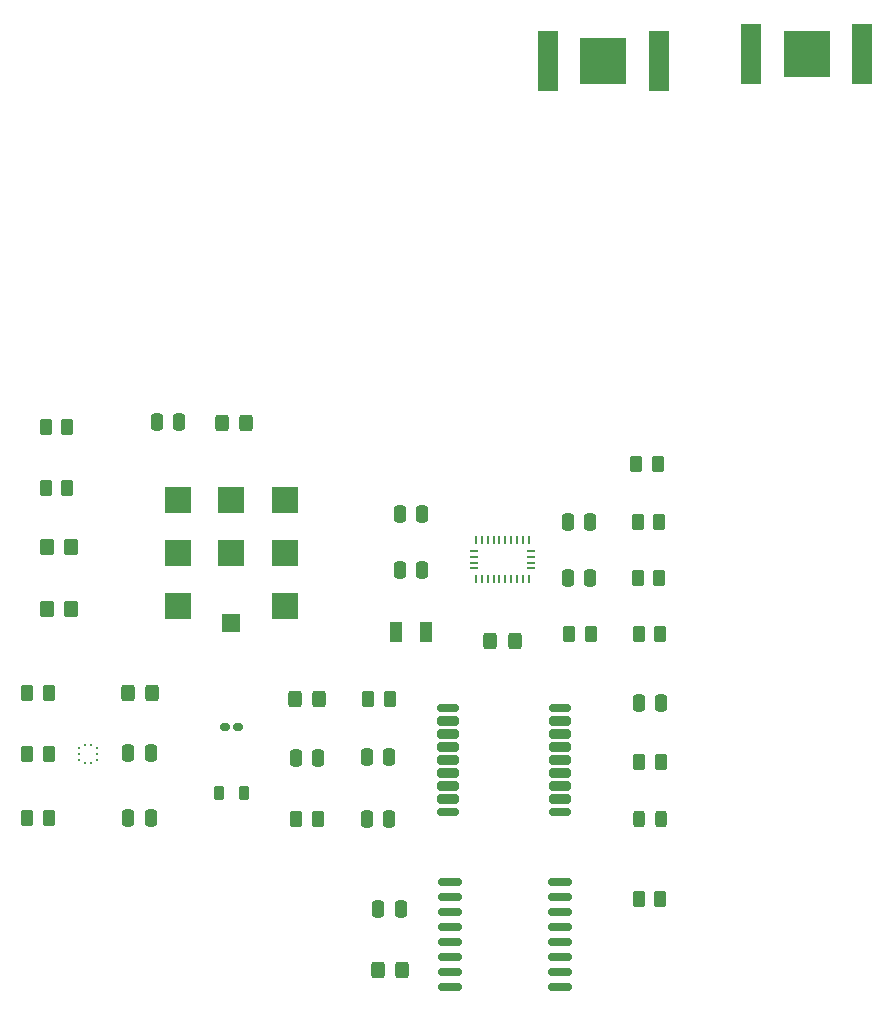
<source format=gbr>
%TF.GenerationSoftware,KiCad,Pcbnew,7.0.7*%
%TF.CreationDate,2024-01-17T14:09:09-05:00*%
%TF.ProjectId,Unified_Board,556e6966-6965-4645-9f42-6f6172642e6b,rev?*%
%TF.SameCoordinates,Original*%
%TF.FileFunction,Paste,Top*%
%TF.FilePolarity,Positive*%
%FSLAX46Y46*%
G04 Gerber Fmt 4.6, Leading zero omitted, Abs format (unit mm)*
G04 Created by KiCad (PCBNEW 7.0.7) date 2024-01-17 14:09:09*
%MOMM*%
%LPD*%
G01*
G04 APERTURE LIST*
G04 Aperture macros list*
%AMRoundRect*
0 Rectangle with rounded corners*
0 $1 Rounding radius*
0 $2 $3 $4 $5 $6 $7 $8 $9 X,Y pos of 4 corners*
0 Add a 4 corners polygon primitive as box body*
4,1,4,$2,$3,$4,$5,$6,$7,$8,$9,$2,$3,0*
0 Add four circle primitives for the rounded corners*
1,1,$1+$1,$2,$3*
1,1,$1+$1,$4,$5*
1,1,$1+$1,$6,$7*
1,1,$1+$1,$8,$9*
0 Add four rect primitives between the rounded corners*
20,1,$1+$1,$2,$3,$4,$5,0*
20,1,$1+$1,$4,$5,$6,$7,0*
20,1,$1+$1,$6,$7,$8,$9,0*
20,1,$1+$1,$8,$9,$2,$3,0*%
G04 Aperture macros list end*
%ADD10RoundRect,0.250000X-0.325000X-0.450000X0.325000X-0.450000X0.325000X0.450000X-0.325000X0.450000X0*%
%ADD11RoundRect,0.250000X-0.262500X-0.450000X0.262500X-0.450000X0.262500X0.450000X-0.262500X0.450000X0*%
%ADD12RoundRect,0.250000X0.250000X0.475000X-0.250000X0.475000X-0.250000X-0.475000X0.250000X-0.475000X0*%
%ADD13RoundRect,0.250000X-0.250000X-0.475000X0.250000X-0.475000X0.250000X0.475000X-0.250000X0.475000X0*%
%ADD14R,1.500000X1.500000*%
%ADD15R,2.300000X2.300000*%
%ADD16R,0.250000X0.275000*%
%ADD17R,0.275000X0.250000*%
%ADD18R,0.254000X0.675000*%
%ADD19R,0.675000X0.254000*%
%ADD20RoundRect,0.150000X-0.875000X-0.150000X0.875000X-0.150000X0.875000X0.150000X-0.875000X0.150000X0*%
%ADD21R,1.780000X5.080000*%
%ADD22R,3.960000X3.960000*%
%ADD23R,1.000000X1.800000*%
%ADD24RoundRect,0.175000X-0.725000X-0.175000X0.725000X-0.175000X0.725000X0.175000X-0.725000X0.175000X0*%
%ADD25RoundRect,0.200000X-0.700000X-0.200000X0.700000X-0.200000X0.700000X0.200000X-0.700000X0.200000X0*%
%ADD26RoundRect,0.218750X0.218750X0.381250X-0.218750X0.381250X-0.218750X-0.381250X0.218750X-0.381250X0*%
%ADD27RoundRect,0.243750X-0.243750X-0.456250X0.243750X-0.456250X0.243750X0.456250X-0.243750X0.456250X0*%
%ADD28RoundRect,0.250000X-0.350000X-0.450000X0.350000X-0.450000X0.350000X0.450000X-0.350000X0.450000X0*%
%ADD29RoundRect,0.160000X-0.222500X-0.160000X0.222500X-0.160000X0.222500X0.160000X-0.222500X0.160000X0*%
G04 APERTURE END LIST*
D10*
%TO.C,D2*%
X131175000Y-102600000D03*
X133225000Y-102600000D03*
%TD*%
D11*
%TO.C,R15*%
X103087500Y-56600000D03*
X104912500Y-56600000D03*
%TD*%
D12*
%TO.C,C10*%
X133150000Y-97400000D03*
X131250000Y-97400000D03*
%TD*%
D13*
%TO.C,C7*%
X130250000Y-84550000D03*
X132150000Y-84550000D03*
%TD*%
D14*
%TO.C,ANT1*%
X118800000Y-73200000D03*
D15*
X114300000Y-71800000D03*
X123300000Y-71800000D03*
X114300000Y-67300000D03*
X118800000Y-67300000D03*
X123300000Y-67300000D03*
X114300000Y-62800000D03*
X118800000Y-62800000D03*
X123300000Y-62800000D03*
%TD*%
D13*
%TO.C,C12*%
X124250000Y-84600000D03*
X126150000Y-84600000D03*
%TD*%
D10*
%TO.C,D5*%
X140725000Y-74750000D03*
X142775000Y-74750000D03*
%TD*%
D12*
%TO.C,C11*%
X114400000Y-56200000D03*
X112500000Y-56200000D03*
%TD*%
D11*
%TO.C,R4*%
X101525000Y-84300000D03*
X103350000Y-84300000D03*
%TD*%
%TO.C,R16*%
X130400000Y-79600000D03*
X132225000Y-79600000D03*
%TD*%
D16*
%TO.C,Alt1*%
X106887500Y-83537500D03*
X106387500Y-83537500D03*
D17*
X105875000Y-83800000D03*
X105875000Y-84300000D03*
X105875000Y-84800000D03*
D16*
X106387500Y-85062500D03*
X106887500Y-85062500D03*
D17*
X107400000Y-84800000D03*
X107400000Y-84300000D03*
X107400000Y-83800000D03*
%TD*%
D13*
%TO.C,C5*%
X133050000Y-68750000D03*
X134950000Y-68750000D03*
%TD*%
D11*
%TO.C,R3*%
X101525000Y-89700000D03*
X103350000Y-89700000D03*
%TD*%
%TO.C,R14*%
X103087500Y-61800000D03*
X104912500Y-61800000D03*
%TD*%
D10*
%TO.C,D4*%
X110012500Y-79100000D03*
X112062500Y-79100000D03*
%TD*%
%TO.C,D3*%
X124175000Y-79600000D03*
X126225000Y-79600000D03*
%TD*%
D18*
%TO.C,U1*%
X144000000Y-69500000D03*
D19*
X144137500Y-68587500D03*
X144137500Y-68087500D03*
X144137500Y-67587500D03*
X144137500Y-67087500D03*
D18*
X144000000Y-66175000D03*
X143500000Y-66175000D03*
X143000000Y-66175000D03*
X142500000Y-66175000D03*
X142000000Y-66175000D03*
X141500000Y-66175000D03*
X141000000Y-66175000D03*
X140500000Y-66175000D03*
X140000000Y-66175000D03*
X139500000Y-66175000D03*
D19*
X139362500Y-67087500D03*
X139362500Y-67587500D03*
X139362500Y-68087500D03*
X139362500Y-68587500D03*
D18*
X139500000Y-69500000D03*
X140000000Y-69500000D03*
X140500000Y-69500000D03*
X141000000Y-69500000D03*
X141500000Y-69500000D03*
X142000000Y-69500000D03*
X142500000Y-69500000D03*
X143000000Y-69500000D03*
X143500000Y-69500000D03*
%TD*%
D20*
%TO.C,U3*%
X137350000Y-95155000D03*
X137350000Y-96425000D03*
X137350000Y-97695000D03*
X137350000Y-98965000D03*
X137350000Y-100235000D03*
X137350000Y-101505000D03*
X137350000Y-102775000D03*
X137350000Y-104045000D03*
X146650000Y-104045000D03*
X146650000Y-102775000D03*
X146650000Y-101505000D03*
X146650000Y-100235000D03*
X146650000Y-98965000D03*
X146650000Y-97695000D03*
X146650000Y-96425000D03*
X146650000Y-95155000D03*
%TD*%
D13*
%TO.C,C2*%
X110087500Y-84200000D03*
X111987500Y-84200000D03*
%TD*%
D11*
%TO.C,R11*%
X153087500Y-59750000D03*
X154912500Y-59750000D03*
%TD*%
%TO.C,R7*%
X153275000Y-74162500D03*
X155100000Y-74162500D03*
%TD*%
%TO.C,R12*%
X101525000Y-79100000D03*
X103350000Y-79100000D03*
%TD*%
D21*
%TO.C,BT1*%
X145600000Y-25600000D03*
X155000000Y-25600000D03*
D22*
X150300000Y-25600000D03*
%TD*%
D12*
%TO.C,C8*%
X132150000Y-89800000D03*
X130250000Y-89800000D03*
%TD*%
D23*
%TO.C,Y1*%
X132750000Y-74000000D03*
X135250000Y-74000000D03*
%TD*%
D24*
%TO.C,U2*%
X137100000Y-80400000D03*
D25*
X137100000Y-81500000D03*
X137100000Y-82600000D03*
X137100000Y-83700000D03*
X137100000Y-84800000D03*
X137100000Y-85900000D03*
X137100000Y-87000000D03*
X137100000Y-88100000D03*
D24*
X137100000Y-89200000D03*
X146600000Y-89200000D03*
D25*
X146600000Y-88100000D03*
X146600000Y-87000000D03*
X146600000Y-85900000D03*
X146600000Y-84800000D03*
X146600000Y-83700000D03*
X146600000Y-82600000D03*
X146600000Y-81500000D03*
D24*
X146600000Y-80400000D03*
%TD*%
D11*
%TO.C,R6*%
X153187500Y-69412500D03*
X155012500Y-69412500D03*
%TD*%
D26*
%TO.C,FB1*%
X119862500Y-87600000D03*
X117737500Y-87600000D03*
%TD*%
D27*
%TO.C,D1*%
X153312500Y-89800000D03*
X155187500Y-89800000D03*
%TD*%
D12*
%TO.C,C1*%
X111987500Y-89700000D03*
X110087500Y-89700000D03*
%TD*%
D28*
%TO.C,R1*%
X103200000Y-66800000D03*
X105200000Y-66800000D03*
%TD*%
D11*
%TO.C,R5*%
X153187500Y-64662500D03*
X155012500Y-64662500D03*
%TD*%
D10*
%TO.C,D6*%
X117975000Y-56250000D03*
X120025000Y-56250000D03*
%TD*%
D11*
%TO.C,R9*%
X153337500Y-85000000D03*
X155162500Y-85000000D03*
%TD*%
D13*
%TO.C,C6*%
X133050000Y-64000000D03*
X134950000Y-64000000D03*
%TD*%
%TO.C,C9*%
X153300000Y-80000000D03*
X155200000Y-80000000D03*
%TD*%
D21*
%TO.C,BT2*%
X162800000Y-25000000D03*
X172200000Y-25000000D03*
D22*
X167500000Y-25000000D03*
%TD*%
D13*
%TO.C,C3*%
X147300000Y-69412500D03*
X149200000Y-69412500D03*
%TD*%
D11*
%TO.C,R10*%
X153287500Y-96600000D03*
X155112500Y-96600000D03*
%TD*%
D13*
%TO.C,C4*%
X147300000Y-64662500D03*
X149200000Y-64662500D03*
%TD*%
D11*
%TO.C,R8*%
X147425000Y-74162500D03*
X149250000Y-74162500D03*
%TD*%
D29*
%TO.C,D7*%
X118227500Y-82000000D03*
X119372500Y-82000000D03*
%TD*%
D11*
%TO.C,R13*%
X124287500Y-89800000D03*
X126112500Y-89800000D03*
%TD*%
D28*
%TO.C,R2*%
X103200000Y-72000000D03*
X105200000Y-72000000D03*
%TD*%
M02*

</source>
